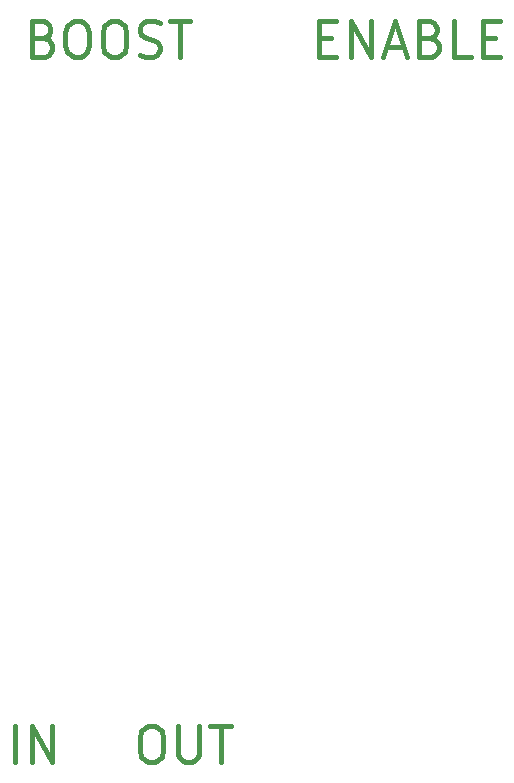
<source format=gbr>
%TF.GenerationSoftware,KiCad,Pcbnew,(6.0.5)*%
%TF.CreationDate,2023-02-15T13:44:25-05:00*%
%TF.ProjectId,valve_distortion,76616c76-655f-4646-9973-746f7274696f,rev?*%
%TF.SameCoordinates,Original*%
%TF.FileFunction,Legend,Top*%
%TF.FilePolarity,Positive*%
%FSLAX46Y46*%
G04 Gerber Fmt 4.6, Leading zero omitted, Abs format (unit mm)*
G04 Created by KiCad (PCBNEW (6.0.5)) date 2023-02-15 13:44:25*
%MOMM*%
%LPD*%
G01*
G04 APERTURE LIST*
%ADD10C,0.450000*%
%ADD11C,0.300000*%
%ADD12C,6.350000*%
%ADD13C,3.200000*%
%ADD14C,8.000000*%
%ADD15C,7.000000*%
%ADD16C,5.000000*%
G04 APERTURE END LIST*
D10*
X56358571Y-159417142D02*
X56358571Y-156417142D01*
X57787142Y-159417142D02*
X57787142Y-156417142D01*
X59501428Y-159417142D01*
X59501428Y-156417142D01*
X82108571Y-98155714D02*
X83108571Y-98155714D01*
X83537142Y-99727142D02*
X82108571Y-99727142D01*
X82108571Y-96727142D01*
X83537142Y-96727142D01*
X84822857Y-99727142D02*
X84822857Y-96727142D01*
X86537142Y-99727142D01*
X86537142Y-96727142D01*
X87822857Y-98870000D02*
X89251428Y-98870000D01*
X87537142Y-99727142D02*
X88537142Y-96727142D01*
X89537142Y-99727142D01*
X91537142Y-98155714D02*
X91965714Y-98298571D01*
X92108571Y-98441428D01*
X92251428Y-98727142D01*
X92251428Y-99155714D01*
X92108571Y-99441428D01*
X91965714Y-99584285D01*
X91680000Y-99727142D01*
X90537142Y-99727142D01*
X90537142Y-96727142D01*
X91537142Y-96727142D01*
X91822857Y-96870000D01*
X91965714Y-97012857D01*
X92108571Y-97298571D01*
X92108571Y-97584285D01*
X91965714Y-97870000D01*
X91822857Y-98012857D01*
X91537142Y-98155714D01*
X90537142Y-98155714D01*
X94965714Y-99727142D02*
X93537142Y-99727142D01*
X93537142Y-96727142D01*
X95965714Y-98155714D02*
X96965714Y-98155714D01*
X97394285Y-99727142D02*
X95965714Y-99727142D01*
X95965714Y-96727142D01*
X97394285Y-96727142D01*
X67630000Y-156417142D02*
X68201428Y-156417142D01*
X68487142Y-156560000D01*
X68772857Y-156845714D01*
X68915714Y-157417142D01*
X68915714Y-158417142D01*
X68772857Y-158988571D01*
X68487142Y-159274285D01*
X68201428Y-159417142D01*
X67630000Y-159417142D01*
X67344285Y-159274285D01*
X67058571Y-158988571D01*
X66915714Y-158417142D01*
X66915714Y-157417142D01*
X67058571Y-156845714D01*
X67344285Y-156560000D01*
X67630000Y-156417142D01*
X70201428Y-156417142D02*
X70201428Y-158845714D01*
X70344285Y-159131428D01*
X70487142Y-159274285D01*
X70772857Y-159417142D01*
X71344285Y-159417142D01*
X71630000Y-159274285D01*
X71772857Y-159131428D01*
X71915714Y-158845714D01*
X71915714Y-156417142D01*
X72915714Y-156417142D02*
X74630000Y-156417142D01*
X73772857Y-159417142D02*
X73772857Y-156417142D01*
X58780000Y-98155714D02*
X59208571Y-98298571D01*
X59351428Y-98441428D01*
X59494285Y-98727142D01*
X59494285Y-99155714D01*
X59351428Y-99441428D01*
X59208571Y-99584285D01*
X58922857Y-99727142D01*
X57780000Y-99727142D01*
X57780000Y-96727142D01*
X58780000Y-96727142D01*
X59065714Y-96870000D01*
X59208571Y-97012857D01*
X59351428Y-97298571D01*
X59351428Y-97584285D01*
X59208571Y-97870000D01*
X59065714Y-98012857D01*
X58780000Y-98155714D01*
X57780000Y-98155714D01*
X61351428Y-96727142D02*
X61922857Y-96727142D01*
X62208571Y-96870000D01*
X62494285Y-97155714D01*
X62637142Y-97727142D01*
X62637142Y-98727142D01*
X62494285Y-99298571D01*
X62208571Y-99584285D01*
X61922857Y-99727142D01*
X61351428Y-99727142D01*
X61065714Y-99584285D01*
X60780000Y-99298571D01*
X60637142Y-98727142D01*
X60637142Y-97727142D01*
X60780000Y-97155714D01*
X61065714Y-96870000D01*
X61351428Y-96727142D01*
X64494285Y-96727142D02*
X65065714Y-96727142D01*
X65351428Y-96870000D01*
X65637142Y-97155714D01*
X65780000Y-97727142D01*
X65780000Y-98727142D01*
X65637142Y-99298571D01*
X65351428Y-99584285D01*
X65065714Y-99727142D01*
X64494285Y-99727142D01*
X64208571Y-99584285D01*
X63922857Y-99298571D01*
X63780000Y-98727142D01*
X63780000Y-97727142D01*
X63922857Y-97155714D01*
X64208571Y-96870000D01*
X64494285Y-96727142D01*
X66922857Y-99584285D02*
X67351428Y-99727142D01*
X68065714Y-99727142D01*
X68351428Y-99584285D01*
X68494285Y-99441428D01*
X68637142Y-99155714D01*
X68637142Y-98870000D01*
X68494285Y-98584285D01*
X68351428Y-98441428D01*
X68065714Y-98298571D01*
X67494285Y-98155714D01*
X67208571Y-98012857D01*
X67065714Y-97870000D01*
X66922857Y-97584285D01*
X66922857Y-97298571D01*
X67065714Y-97012857D01*
X67208571Y-96870000D01*
X67494285Y-96727142D01*
X68208571Y-96727142D01*
X68637142Y-96870000D01*
X69494285Y-96727142D02*
X71208571Y-96727142D01*
X70351428Y-99727142D02*
X70351428Y-96727142D01*
%LPC*%
D11*
X63551428Y-40124761D02*
X64218095Y-42124761D01*
X64884761Y-40124761D01*
X65456190Y-41553333D02*
X66408571Y-41553333D01*
X65265714Y-42124761D02*
X65932380Y-40124761D01*
X66599047Y-42124761D01*
X68218095Y-42124761D02*
X67265714Y-42124761D01*
X67265714Y-40124761D01*
X68599047Y-40124761D02*
X69265714Y-42124761D01*
X69932380Y-40124761D01*
X70599047Y-41077142D02*
X71265714Y-41077142D01*
X71551428Y-42124761D02*
X70599047Y-42124761D01*
X70599047Y-40124761D01*
X71551428Y-40124761D01*
X73932380Y-42124761D02*
X73932380Y-40124761D01*
X74408571Y-40124761D01*
X74694285Y-40220000D01*
X74884761Y-40410476D01*
X74980000Y-40600952D01*
X75075238Y-40981904D01*
X75075238Y-41267619D01*
X74980000Y-41648571D01*
X74884761Y-41839047D01*
X74694285Y-42029523D01*
X74408571Y-42124761D01*
X73932380Y-42124761D01*
X75932380Y-42124761D02*
X75932380Y-40124761D01*
X76789523Y-42029523D02*
X77075238Y-42124761D01*
X77551428Y-42124761D01*
X77741904Y-42029523D01*
X77837142Y-41934285D01*
X77932380Y-41743809D01*
X77932380Y-41553333D01*
X77837142Y-41362857D01*
X77741904Y-41267619D01*
X77551428Y-41172380D01*
X77170476Y-41077142D01*
X76980000Y-40981904D01*
X76884761Y-40886666D01*
X76789523Y-40696190D01*
X76789523Y-40505714D01*
X76884761Y-40315238D01*
X76980000Y-40220000D01*
X77170476Y-40124761D01*
X77646666Y-40124761D01*
X77932380Y-40220000D01*
X78503809Y-40124761D02*
X79646666Y-40124761D01*
X79075238Y-42124761D02*
X79075238Y-40124761D01*
X80694285Y-40124761D02*
X81075238Y-40124761D01*
X81265714Y-40220000D01*
X81456190Y-40410476D01*
X81551428Y-40791428D01*
X81551428Y-41458095D01*
X81456190Y-41839047D01*
X81265714Y-42029523D01*
X81075238Y-42124761D01*
X80694285Y-42124761D01*
X80503809Y-42029523D01*
X80313333Y-41839047D01*
X80218095Y-41458095D01*
X80218095Y-40791428D01*
X80313333Y-40410476D01*
X80503809Y-40220000D01*
X80694285Y-40124761D01*
X83551428Y-42124761D02*
X82884761Y-41172380D01*
X82408571Y-42124761D02*
X82408571Y-40124761D01*
X83170476Y-40124761D01*
X83360952Y-40220000D01*
X83456190Y-40315238D01*
X83551428Y-40505714D01*
X83551428Y-40791428D01*
X83456190Y-40981904D01*
X83360952Y-41077142D01*
X83170476Y-41172380D01*
X82408571Y-41172380D01*
X84122857Y-40124761D02*
X85265714Y-40124761D01*
X84694285Y-42124761D02*
X84694285Y-40124761D01*
X85932380Y-42124761D02*
X85932380Y-40124761D01*
X87265714Y-40124761D02*
X87646666Y-40124761D01*
X87837142Y-40220000D01*
X88027619Y-40410476D01*
X88122857Y-40791428D01*
X88122857Y-41458095D01*
X88027619Y-41839047D01*
X87837142Y-42029523D01*
X87646666Y-42124761D01*
X87265714Y-42124761D01*
X87075238Y-42029523D01*
X86884761Y-41839047D01*
X86789523Y-41458095D01*
X86789523Y-40791428D01*
X86884761Y-40410476D01*
X87075238Y-40220000D01*
X87265714Y-40124761D01*
X88980000Y-42124761D02*
X88980000Y-40124761D01*
X90122857Y-42124761D01*
X90122857Y-40124761D01*
X67122857Y-165314761D02*
X68170476Y-163981428D01*
X67122857Y-163981428D02*
X68170476Y-165314761D01*
X68932380Y-163981428D02*
X68932380Y-165981428D01*
X68932380Y-164076666D02*
X69122857Y-163981428D01*
X69503809Y-163981428D01*
X69694285Y-164076666D01*
X69789523Y-164171904D01*
X69884761Y-164362380D01*
X69884761Y-164933809D01*
X69789523Y-165124285D01*
X69694285Y-165219523D01*
X69503809Y-165314761D01*
X69122857Y-165314761D01*
X68932380Y-165219523D01*
X71503809Y-165219523D02*
X71313333Y-165314761D01*
X70932380Y-165314761D01*
X70741904Y-165219523D01*
X70646666Y-165029047D01*
X70646666Y-164267142D01*
X70741904Y-164076666D01*
X70932380Y-163981428D01*
X71313333Y-163981428D01*
X71503809Y-164076666D01*
X71599047Y-164267142D01*
X71599047Y-164457619D01*
X70646666Y-164648095D01*
X72456190Y-165314761D02*
X72456190Y-163981428D01*
X72456190Y-164362380D02*
X72551428Y-164171904D01*
X72646666Y-164076666D01*
X72837142Y-163981428D01*
X73027619Y-163981428D01*
X73599047Y-165219523D02*
X73789523Y-165314761D01*
X74170476Y-165314761D01*
X74360952Y-165219523D01*
X74456190Y-165029047D01*
X74456190Y-164933809D01*
X74360952Y-164743333D01*
X74170476Y-164648095D01*
X73884761Y-164648095D01*
X73694285Y-164552857D01*
X73599047Y-164362380D01*
X73599047Y-164267142D01*
X73694285Y-164076666D01*
X73884761Y-163981428D01*
X74170476Y-163981428D01*
X74360952Y-164076666D01*
X76075238Y-165219523D02*
X75884761Y-165314761D01*
X75503809Y-165314761D01*
X75313333Y-165219523D01*
X75218095Y-165029047D01*
X75218095Y-164267142D01*
X75313333Y-164076666D01*
X75503809Y-163981428D01*
X75884761Y-163981428D01*
X76075238Y-164076666D01*
X76170476Y-164267142D01*
X76170476Y-164457619D01*
X75218095Y-164648095D01*
X77884761Y-165314761D02*
X77884761Y-164267142D01*
X77789523Y-164076666D01*
X77599047Y-163981428D01*
X77218095Y-163981428D01*
X77027619Y-164076666D01*
X77884761Y-165219523D02*
X77694285Y-165314761D01*
X77218095Y-165314761D01*
X77027619Y-165219523D01*
X76932380Y-165029047D01*
X76932380Y-164838571D01*
X77027619Y-164648095D01*
X77218095Y-164552857D01*
X77694285Y-164552857D01*
X77884761Y-164457619D01*
X78837142Y-165314761D02*
X78837142Y-163981428D01*
X78837142Y-163314761D02*
X78741904Y-163410000D01*
X78837142Y-163505238D01*
X78932380Y-163410000D01*
X78837142Y-163314761D01*
X78837142Y-163505238D01*
X81599047Y-165314761D02*
X81408571Y-165219523D01*
X81313333Y-165029047D01*
X81313333Y-163314761D01*
X83218095Y-165314761D02*
X83218095Y-164267142D01*
X83122857Y-164076666D01*
X82932380Y-163981428D01*
X82551428Y-163981428D01*
X82360952Y-164076666D01*
X83218095Y-165219523D02*
X83027619Y-165314761D01*
X82551428Y-165314761D01*
X82360952Y-165219523D01*
X82265714Y-165029047D01*
X82265714Y-164838571D01*
X82360952Y-164648095D01*
X82551428Y-164552857D01*
X83027619Y-164552857D01*
X83218095Y-164457619D01*
X84170476Y-165314761D02*
X84170476Y-163314761D01*
X84170476Y-164076666D02*
X84360952Y-163981428D01*
X84741904Y-163981428D01*
X84932380Y-164076666D01*
X85027619Y-164171904D01*
X85122857Y-164362380D01*
X85122857Y-164933809D01*
X85027619Y-165124285D01*
X84932380Y-165219523D01*
X84741904Y-165314761D01*
X84360952Y-165314761D01*
X84170476Y-165219523D01*
X85884761Y-165219523D02*
X86075238Y-165314761D01*
X86456190Y-165314761D01*
X86646666Y-165219523D01*
X86741904Y-165029047D01*
X86741904Y-164933809D01*
X86646666Y-164743333D01*
X86456190Y-164648095D01*
X86170476Y-164648095D01*
X85980000Y-164552857D01*
X85884761Y-164362380D01*
X85884761Y-164267142D01*
X85980000Y-164076666D01*
X86170476Y-163981428D01*
X86456190Y-163981428D01*
X86646666Y-164076666D01*
D12*
%TO.C,H6*%
X64280000Y-89480000D03*
%TD*%
D13*
%TO.C,H3*%
X59080000Y-41680000D03*
%TD*%
D14*
%TO.C,H12*%
X70630000Y-150440000D03*
%TD*%
D15*
%TO.C,H9*%
X76980000Y-119960000D03*
%TD*%
D16*
%TO.C,H8*%
X76980000Y-89480000D03*
%TD*%
D13*
%TO.C,H5*%
X94640000Y-164180000D03*
%TD*%
D14*
%TO.C,H11*%
X57930000Y-150440000D03*
%TD*%
D12*
%TO.C,H7*%
X89680000Y-89480000D03*
%TD*%
D13*
%TO.C,H4*%
X94640000Y-41680000D03*
%TD*%
D15*
%TO.C,H10*%
X89680000Y-150440000D03*
%TD*%
D13*
%TO.C,H2*%
X59080000Y-164180000D03*
%TD*%
M02*

</source>
